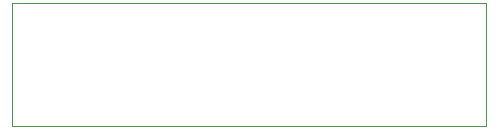
<source format=gbr>
%TF.GenerationSoftware,KiCad,Pcbnew,7.0.11-7.0.11~ubuntu22.04.1*%
%TF.CreationDate,2024-10-06T05:31:22-04:00*%
%TF.ProjectId,right_angle,72696768-745f-4616-9e67-6c652e6b6963,DEV*%
%TF.SameCoordinates,Original*%
%TF.FileFunction,AssemblyDrawing,Bot*%
%FSLAX46Y46*%
G04 Gerber Fmt 4.6, Leading zero omitted, Abs format (unit mm)*
G04 Created by KiCad (PCBNEW 7.0.11-7.0.11~ubuntu22.04.1) date 2024-10-06 05:31:22*
%MOMM*%
%LPD*%
G01*
G04 APERTURE LIST*
%ADD10C,0.100000*%
G04 APERTURE END LIST*
D10*
%TO.C,J13*%
X106451400Y-136562400D02*
X146583400Y-136562400D01*
X106451400Y-146976400D02*
X106451400Y-136562400D01*
X146329400Y-146976400D02*
X106451400Y-146976400D01*
X146329400Y-146976400D02*
X146583400Y-146976400D01*
X146583400Y-136562400D02*
X146583400Y-136816400D01*
X146583400Y-146976400D02*
X146583400Y-136816400D01*
%TD*%
M02*

</source>
